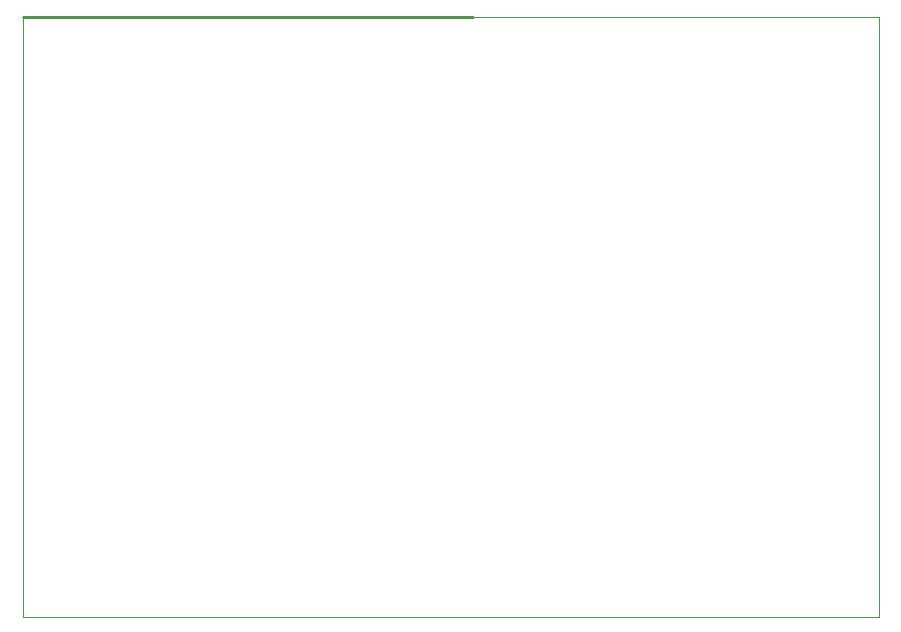
<source format=gbr>
%TF.GenerationSoftware,KiCad,Pcbnew,(5.1.10)-1*%
%TF.CreationDate,2022-11-15T17:45:27-07:00*%
%TF.ProjectId,Stepper_to_XLR4,53746570-7065-4725-9f74-6f5f584c5234,rev?*%
%TF.SameCoordinates,Original*%
%TF.FileFunction,Profile,NP*%
%FSLAX46Y46*%
G04 Gerber Fmt 4.6, Leading zero omitted, Abs format (unit mm)*
G04 Created by KiCad (PCBNEW (5.1.10)-1) date 2022-11-15 17:45:27*
%MOMM*%
%LPD*%
G01*
G04 APERTURE LIST*
%TA.AperFunction,Profile*%
%ADD10C,0.050000*%
%TD*%
%TA.AperFunction,Profile*%
%ADD11C,0.250000*%
%TD*%
G04 APERTURE END LIST*
D10*
X38100000Y0D02*
X72500000Y0D01*
X38100000Y-50800000D02*
X72500000Y-50800000D01*
X72500000Y-50800000D02*
X72500000Y0D01*
X0Y-50800000D02*
X38100000Y-50800000D01*
X0Y0D02*
X0Y-50800000D01*
D11*
X0Y0D02*
X38100000Y0D01*
M02*

</source>
